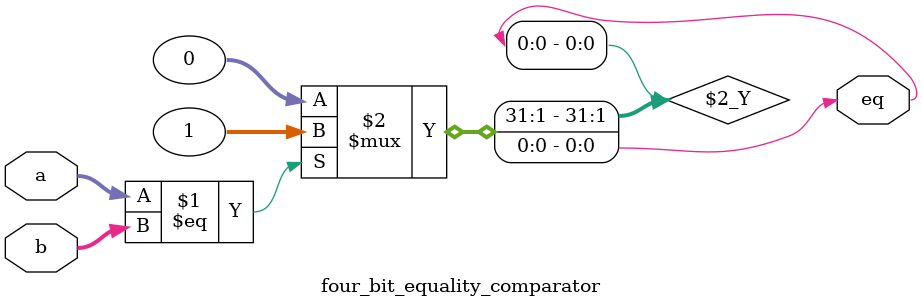
<source format=v>
module four_bit_equality_comparator(
    input [3:0] a,input [3:0] b,
    output eq
);
    
    assign eq = (a == b) ? 1 : 0;

endmodule
</source>
